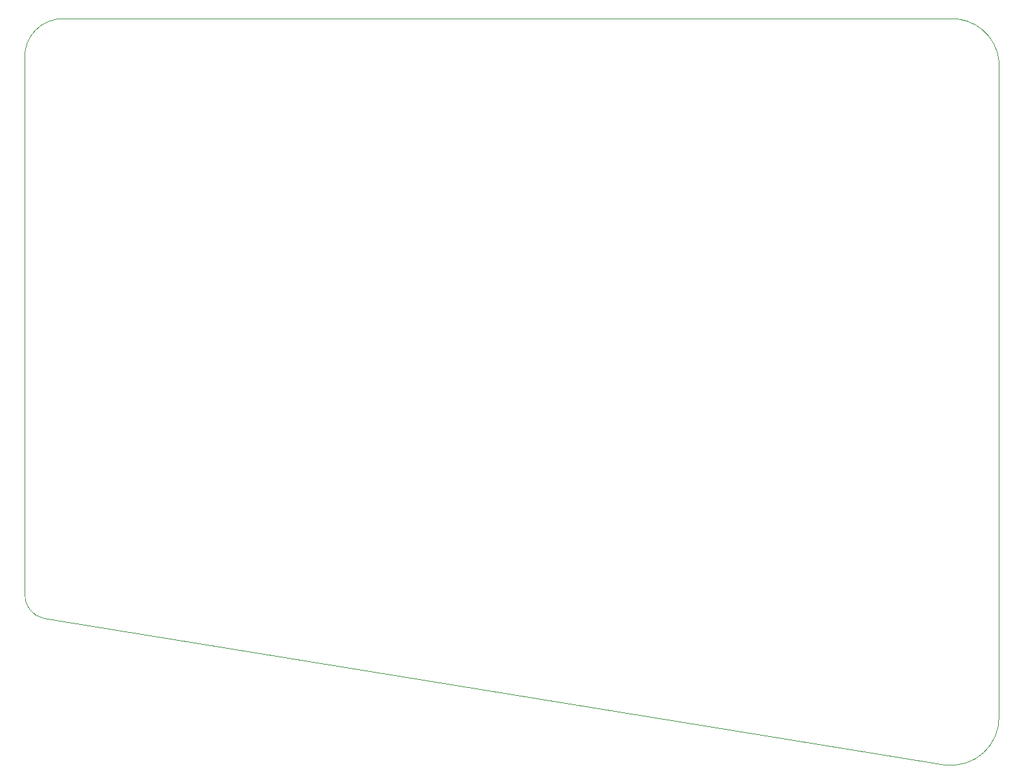
<source format=gbr>
%TF.GenerationSoftware,KiCad,Pcbnew,(6.0.8)*%
%TF.CreationDate,2023-01-31T20:26:13+04:00*%
%TF.ProjectId,keyboard-double_side,6b657962-6f61-4726-942d-646f75626c65,rev?*%
%TF.SameCoordinates,Original*%
%TF.FileFunction,Profile,NP*%
%FSLAX46Y46*%
G04 Gerber Fmt 4.6, Leading zero omitted, Abs format (unit mm)*
G04 Created by KiCad (PCBNEW (6.0.8)) date 2023-01-31 20:26:13*
%MOMM*%
%LPD*%
G01*
G04 APERTURE LIST*
%TA.AperFunction,Profile*%
%ADD10C,0.100000*%
%TD*%
G04 APERTURE END LIST*
D10*
X194975000Y-154000000D02*
X194975000Y-70500000D01*
X70674982Y-138493941D02*
G75*
G03*
X73100000Y-141568941I3060718J-79959D01*
G01*
X75675000Y-65022500D02*
G75*
G03*
X70675000Y-70022500I-174920J-4825080D01*
G01*
X188100004Y-160272472D02*
G75*
G03*
X194975000Y-154000000I766896J6063372D01*
G01*
X73100000Y-141568941D02*
X188100000Y-160272500D01*
X194974991Y-70500001D02*
G75*
G03*
X188675000Y-65022500I-5992691J-530799D01*
G01*
X188675000Y-65022500D02*
X75675000Y-65022500D01*
X70675000Y-138493941D02*
X70675000Y-70022500D01*
M02*

</source>
